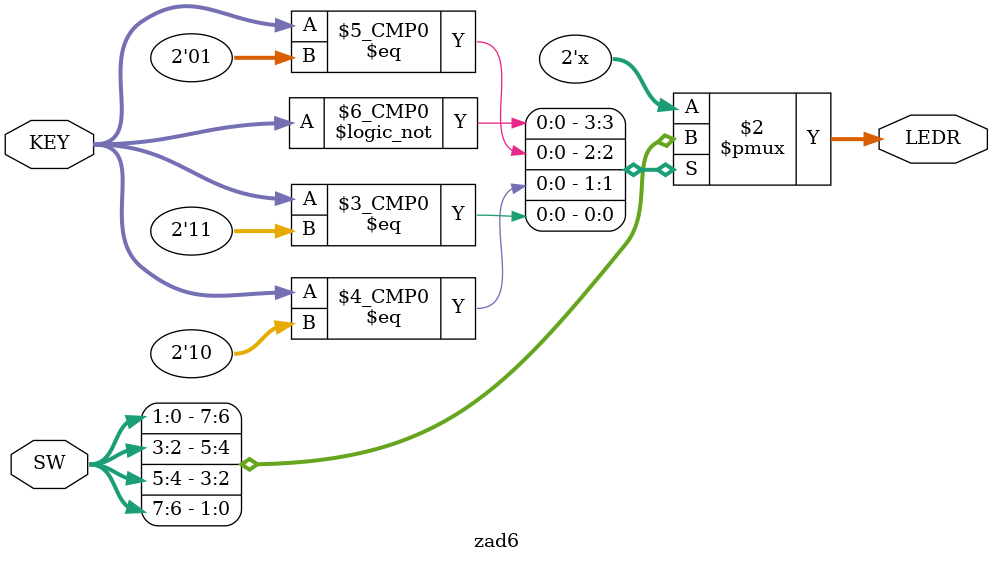
<source format=v>
module PS2_ZAD8(
	input [9:0] SW,
	output [6:0] HEX0,
	output [9:0] LEDR);
	assign LEDR=SW;
	
	wire [1:0] mux;
	
	zad6 ex0(SW[7:0], SW[9:8], mux[1:0]);
	zad7 ex1(mux[1:0], HEX0[6:0]);
	

endmodule

module zad7(
	input [1:0] SW,
	output reg [6:0] HEX0);
	always @*
		case (SW)
			2'o0:
				HEX0 = 7'b0100000;
			2'o1:
				HEX0 = 7'b1100011;
			2'o2:
				HEX0 = 7'b0000111;
			2'o3:
				HEX0 = 7'b0100011;
		endcase
endmodule




module zad6(
	input [7:0] SW,
	input [1:0] KEY,
	output reg [1:0] LEDR);
	
	always @(*)
		case (KEY)
		    2'b00: LEDR = SW[1:0];
		    2'b01: LEDR = SW[3:2];
		    2'b10: LEDR = SW[5:4];
		    2'b11: LEDR = SW[7:6];
		endcase

endmodule

</source>
